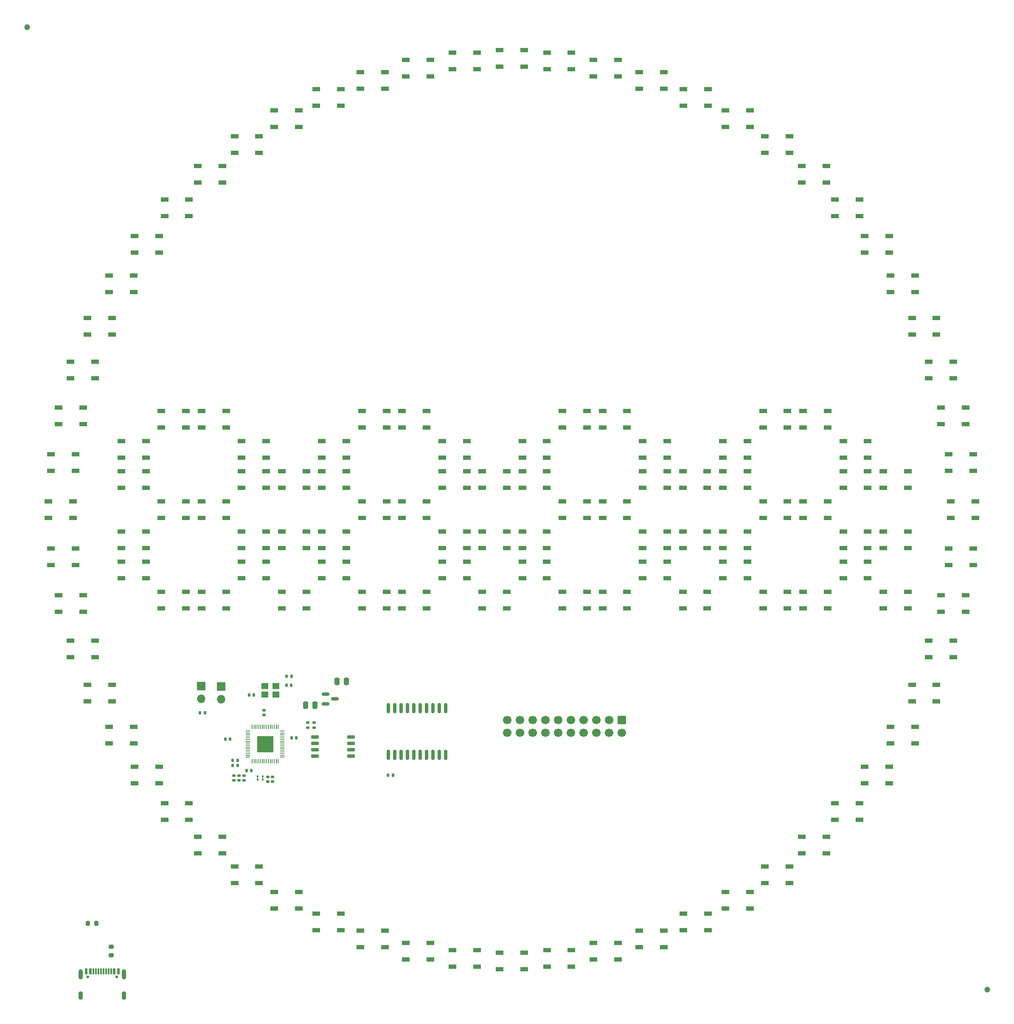
<source format=gbr>
%TF.GenerationSoftware,KiCad,Pcbnew,(6.0.9-0)*%
%TF.CreationDate,2022-12-31T14:30:25+01:00*%
%TF.ProjectId,tomclock,746f6d63-6c6f-4636-9b2e-6b696361645f,rev?*%
%TF.SameCoordinates,Original*%
%TF.FileFunction,Soldermask,Top*%
%TF.FilePolarity,Negative*%
%FSLAX46Y46*%
G04 Gerber Fmt 4.6, Leading zero omitted, Abs format (unit mm)*
G04 Created by KiCad (PCBNEW (6.0.9-0)) date 2022-12-31 14:30:25*
%MOMM*%
%LPD*%
G01*
G04 APERTURE LIST*
G04 Aperture macros list*
%AMRoundRect*
0 Rectangle with rounded corners*
0 $1 Rounding radius*
0 $2 $3 $4 $5 $6 $7 $8 $9 X,Y pos of 4 corners*
0 Add a 4 corners polygon primitive as box body*
4,1,4,$2,$3,$4,$5,$6,$7,$8,$9,$2,$3,0*
0 Add four circle primitives for the rounded corners*
1,1,$1+$1,$2,$3*
1,1,$1+$1,$4,$5*
1,1,$1+$1,$6,$7*
1,1,$1+$1,$8,$9*
0 Add four rect primitives between the rounded corners*
20,1,$1+$1,$2,$3,$4,$5,0*
20,1,$1+$1,$4,$5,$6,$7,0*
20,1,$1+$1,$6,$7,$8,$9,0*
20,1,$1+$1,$8,$9,$2,$3,0*%
G04 Aperture macros list end*
%ADD10R,1.500000X0.900000*%
%ADD11C,1.152000*%
%ADD12RoundRect,0.140000X-0.170000X0.140000X-0.170000X-0.140000X0.170000X-0.140000X0.170000X0.140000X0*%
%ADD13RoundRect,0.140000X0.140000X0.170000X-0.140000X0.170000X-0.140000X-0.170000X0.140000X-0.170000X0*%
%ADD14R,1.400000X1.200000*%
%ADD15RoundRect,0.140000X-0.140000X-0.170000X0.140000X-0.170000X0.140000X0.170000X-0.140000X0.170000X0*%
%ADD16R,1.700000X1.700000*%
%ADD17O,1.700000X1.700000*%
%ADD18RoundRect,0.135000X-0.185000X0.135000X-0.185000X-0.135000X0.185000X-0.135000X0.185000X0.135000X0*%
%ADD19RoundRect,0.200000X0.275000X-0.200000X0.275000X0.200000X-0.275000X0.200000X-0.275000X-0.200000X0*%
%ADD20RoundRect,0.135000X-0.135000X-0.185000X0.135000X-0.185000X0.135000X0.185000X-0.135000X0.185000X0*%
%ADD21RoundRect,0.140000X0.170000X-0.140000X0.170000X0.140000X-0.170000X0.140000X-0.170000X-0.140000X0*%
%ADD22RoundRect,0.150000X-0.587500X-0.150000X0.587500X-0.150000X0.587500X0.150000X-0.587500X0.150000X0*%
%ADD23RoundRect,0.150000X-0.650000X-0.150000X0.650000X-0.150000X0.650000X0.150000X-0.650000X0.150000X0*%
%ADD24RoundRect,0.100000X0.100000X-0.130000X0.100000X0.130000X-0.100000X0.130000X-0.100000X-0.130000X0*%
%ADD25C,0.600000*%
%ADD26R,0.600000X1.160000*%
%ADD27R,0.300000X1.160000*%
%ADD28O,0.900000X1.700000*%
%ADD29O,0.900000X2.000000*%
%ADD30RoundRect,0.250000X0.250000X0.475000X-0.250000X0.475000X-0.250000X-0.475000X0.250000X-0.475000X0*%
%ADD31RoundRect,0.200000X0.200000X0.275000X-0.200000X0.275000X-0.200000X-0.275000X0.200000X-0.275000X0*%
%ADD32RoundRect,0.250000X-0.600000X0.600000X-0.600000X-0.600000X0.600000X-0.600000X0.600000X0.600000X0*%
%ADD33C,1.700000*%
%ADD34RoundRect,0.050000X0.387500X0.050000X-0.387500X0.050000X-0.387500X-0.050000X0.387500X-0.050000X0*%
%ADD35RoundRect,0.050000X0.050000X0.387500X-0.050000X0.387500X-0.050000X-0.387500X0.050000X-0.387500X0*%
%ADD36R,3.200000X3.200000*%
%ADD37RoundRect,0.150000X0.150000X-0.875000X0.150000X0.875000X-0.150000X0.875000X-0.150000X-0.875000X0*%
G04 APERTURE END LIST*
D10*
%TO.C,DS92*%
X115300000Y-117600000D03*
X115300000Y-120900000D03*
X120200000Y-120900000D03*
X120200000Y-117600000D03*
%TD*%
D11*
%TO.C,H2*%
X216000000Y-209000000D03*
%TD*%
D10*
%TO.C,DS18*%
X204395595Y-139410000D03*
X204395595Y-142710000D03*
X209295595Y-142710000D03*
X209295595Y-139410000D03*
%TD*%
%TO.C,DS98*%
X123300000Y-105600000D03*
X123300000Y-108900000D03*
X128200000Y-108900000D03*
X128200000Y-105600000D03*
%TD*%
%TO.C,DS117*%
X171300000Y-111600000D03*
X171300000Y-114900000D03*
X176200000Y-114900000D03*
X176200000Y-111600000D03*
%TD*%
%TO.C,DS66*%
X51300000Y-111600000D03*
X51300000Y-114900000D03*
X56200000Y-114900000D03*
X56200000Y-111600000D03*
%TD*%
%TO.C,DS65*%
X67300000Y-105600000D03*
X67300000Y-108900000D03*
X72200000Y-108900000D03*
X72200000Y-105600000D03*
%TD*%
D12*
%TO.C,C6*%
X67750000Y-166270000D03*
X67750000Y-167230000D03*
%TD*%
D10*
%TO.C,DS115*%
X163300000Y-105600000D03*
X163300000Y-108900000D03*
X168200000Y-108900000D03*
X168200000Y-105600000D03*
%TD*%
D13*
%TO.C,C8*%
X69230000Y-165250000D03*
X68270000Y-165250000D03*
%TD*%
D10*
%TO.C,DS43*%
X30765595Y-130310000D03*
X30765595Y-133610000D03*
X35665595Y-133610000D03*
X35665595Y-130310000D03*
%TD*%
D14*
%TO.C,Y1*%
X74100000Y-148400000D03*
X71900000Y-148400000D03*
X71900000Y-150100000D03*
X74100000Y-150100000D03*
%TD*%
D10*
%TO.C,DS112*%
X179300000Y-93600000D03*
X179300000Y-96900000D03*
X184200000Y-96900000D03*
X184200000Y-93600000D03*
%TD*%
D15*
%TO.C,C16*%
X65540000Y-163250000D03*
X66500000Y-163250000D03*
%TD*%
D10*
%TO.C,DS123*%
X171300000Y-129600000D03*
X171300000Y-132900000D03*
X176200000Y-132900000D03*
X176200000Y-129600000D03*
%TD*%
D16*
%TO.C,J1*%
X59250000Y-148475000D03*
D17*
X59250000Y-151015000D03*
%TD*%
D18*
%TO.C,R2*%
X81750000Y-155740000D03*
X81750000Y-156760000D03*
%TD*%
D10*
%TO.C,DS86*%
X107300000Y-117600000D03*
X107300000Y-120900000D03*
X112200000Y-120900000D03*
X112200000Y-117600000D03*
%TD*%
%TO.C,DS64*%
X43300000Y-105600000D03*
X43300000Y-108900000D03*
X48200000Y-108900000D03*
X48200000Y-105600000D03*
%TD*%
%TO.C,DS23*%
X179015595Y-178480000D03*
X179015595Y-181780000D03*
X183915595Y-181780000D03*
X183915595Y-178480000D03*
%TD*%
%TO.C,DS109*%
X155300000Y-117600000D03*
X155300000Y-120900000D03*
X160200000Y-120900000D03*
X160200000Y-117600000D03*
%TD*%
%TO.C,DS91*%
X115300000Y-105600000D03*
X115300000Y-108900000D03*
X120200000Y-108900000D03*
X120200000Y-105600000D03*
%TD*%
%TO.C,DS93*%
X115300000Y-129600000D03*
X115300000Y-132900000D03*
X120200000Y-132900000D03*
X120200000Y-129600000D03*
%TD*%
%TO.C,DS82*%
X107300000Y-105600000D03*
X107300000Y-108900000D03*
X112200000Y-108900000D03*
X112200000Y-105600000D03*
%TD*%
%TO.C,DS118*%
X179300000Y-111600000D03*
X179300000Y-114900000D03*
X184200000Y-114900000D03*
X184200000Y-111600000D03*
%TD*%
D19*
%TO.C,R4*%
X41250000Y-202075000D03*
X41250000Y-200425000D03*
%TD*%
D10*
%TO.C,DS63*%
X67300000Y-99600000D03*
X67300000Y-102900000D03*
X72200000Y-102900000D03*
X72200000Y-99600000D03*
%TD*%
%TO.C,DS71*%
X67300000Y-123600000D03*
X67300000Y-126900000D03*
X72200000Y-126900000D03*
X72200000Y-123600000D03*
%TD*%
%TO.C,DS125*%
X195300000Y-105600000D03*
X195300000Y-108900000D03*
X200200000Y-108900000D03*
X200200000Y-105600000D03*
%TD*%
%TO.C,DS70*%
X43300000Y-123600000D03*
X43300000Y-126900000D03*
X48200000Y-126900000D03*
X48200000Y-123600000D03*
%TD*%
%TO.C,DS0*%
X118795595Y-21600000D03*
X118795595Y-24900000D03*
X123695595Y-24900000D03*
X123695595Y-21600000D03*
%TD*%
%TO.C,DS16*%
X208305595Y-121010000D03*
X208305595Y-124310000D03*
X213205595Y-124310000D03*
X213205595Y-121010000D03*
%TD*%
%TO.C,DS13*%
X206825595Y-92890000D03*
X206825595Y-96190000D03*
X211725595Y-96190000D03*
X211725595Y-92890000D03*
%TD*%
%TO.C,DS40*%
X40855595Y-156600000D03*
X40855595Y-159900000D03*
X45755595Y-159900000D03*
X45755595Y-156600000D03*
%TD*%
%TO.C,DS107*%
X139300000Y-129600000D03*
X139300000Y-132900000D03*
X144200000Y-132900000D03*
X144200000Y-129600000D03*
%TD*%
%TO.C,DS48*%
X33195595Y-83790000D03*
X33195595Y-87090000D03*
X38095595Y-87090000D03*
X38095595Y-83790000D03*
%TD*%
D11*
%TO.C,H1*%
X24500000Y-17000000D03*
%TD*%
D15*
%TO.C,C13*%
X68790000Y-150250000D03*
X69750000Y-150250000D03*
%TD*%
D10*
%TO.C,DS20*%
X196735595Y-156600000D03*
X196735595Y-159900000D03*
X201635595Y-159900000D03*
X201635595Y-156600000D03*
%TD*%
D20*
%TO.C,R7*%
X76240000Y-146500000D03*
X77260000Y-146500000D03*
%TD*%
D10*
%TO.C,DS1*%
X128205595Y-22090000D03*
X128205595Y-25390000D03*
X133105595Y-25390000D03*
X133105595Y-22090000D03*
%TD*%
%TO.C,DS19*%
X201015595Y-148210000D03*
X201015595Y-151510000D03*
X205915595Y-151510000D03*
X205915595Y-148210000D03*
%TD*%
%TO.C,DS33*%
X90985595Y-197200000D03*
X90985595Y-200500000D03*
X95885595Y-200500000D03*
X95885595Y-197200000D03*
%TD*%
%TO.C,DS95*%
X139300000Y-93600000D03*
X139300000Y-96900000D03*
X144200000Y-96900000D03*
X144200000Y-93600000D03*
%TD*%
%TO.C,DS119*%
X163300000Y-117600000D03*
X163300000Y-120900000D03*
X168200000Y-120900000D03*
X168200000Y-117600000D03*
%TD*%
%TO.C,DS78*%
X99300000Y-93600000D03*
X99300000Y-96900000D03*
X104200000Y-96900000D03*
X104200000Y-93600000D03*
%TD*%
%TO.C,DS11*%
X201015595Y-74990000D03*
X201015595Y-78290000D03*
X205915595Y-78290000D03*
X205915595Y-74990000D03*
%TD*%
%TO.C,DS80*%
X107300000Y-99600000D03*
X107300000Y-102900000D03*
X112200000Y-102900000D03*
X112200000Y-99600000D03*
%TD*%
D12*
%TO.C,C5*%
X65750000Y-166270000D03*
X65750000Y-167230000D03*
%TD*%
D10*
%TO.C,DS3*%
X146605595Y-26000000D03*
X146605595Y-29300000D03*
X151505595Y-29300000D03*
X151505595Y-26000000D03*
%TD*%
%TO.C,DS47*%
X30765595Y-92890000D03*
X30765595Y-96190000D03*
X35665595Y-96190000D03*
X35665595Y-92890000D03*
%TD*%
%TO.C,DS62*%
X43300000Y-99600000D03*
X43300000Y-102900000D03*
X48200000Y-102900000D03*
X48200000Y-99600000D03*
%TD*%
%TO.C,DS85*%
X83300000Y-117600000D03*
X83300000Y-120900000D03*
X88200000Y-120900000D03*
X88200000Y-117600000D03*
%TD*%
%TO.C,DS6*%
X171695595Y-38790000D03*
X171695595Y-42090000D03*
X176595595Y-42090000D03*
X176595595Y-38790000D03*
%TD*%
%TO.C,DS103*%
X147300000Y-117600000D03*
X147300000Y-120900000D03*
X152200000Y-120900000D03*
X152200000Y-117600000D03*
%TD*%
%TO.C,DS111*%
X171300000Y-93600000D03*
X171300000Y-96900000D03*
X176200000Y-96900000D03*
X176200000Y-93600000D03*
%TD*%
%TO.C,DS39*%
X45985595Y-164500000D03*
X45985595Y-167800000D03*
X50885595Y-167800000D03*
X50885595Y-164500000D03*
%TD*%
D21*
%TO.C,C1*%
X80500000Y-156710000D03*
X80500000Y-155750000D03*
%TD*%
D10*
%TO.C,DS127*%
X195300000Y-129600000D03*
X195300000Y-132900000D03*
X200200000Y-132900000D03*
X200200000Y-129600000D03*
%TD*%
D22*
%TO.C,U2*%
X84062500Y-150050000D03*
X84062500Y-151950000D03*
X85937500Y-151000000D03*
%TD*%
D10*
%TO.C,DS122*%
X187300000Y-123600000D03*
X187300000Y-126900000D03*
X192200000Y-126900000D03*
X192200000Y-123600000D03*
%TD*%
%TO.C,DS50*%
X40855595Y-66600000D03*
X40855595Y-69900000D03*
X45755595Y-69900000D03*
X45755595Y-66600000D03*
%TD*%
%TO.C,DS10*%
X196735595Y-66600000D03*
X196735595Y-69900000D03*
X201635595Y-69900000D03*
X201635595Y-66600000D03*
%TD*%
%TO.C,DS108*%
X155300000Y-105600000D03*
X155300000Y-108900000D03*
X160200000Y-108900000D03*
X160200000Y-105600000D03*
%TD*%
%TO.C,DS83*%
X91300000Y-111600000D03*
X91300000Y-114900000D03*
X96200000Y-114900000D03*
X96200000Y-111600000D03*
%TD*%
%TO.C,DS72*%
X51300000Y-129600000D03*
X51300000Y-132900000D03*
X56200000Y-132900000D03*
X56200000Y-129600000D03*
%TD*%
D15*
%TO.C,C17*%
X96520000Y-166250000D03*
X97480000Y-166250000D03*
%TD*%
D10*
%TO.C,DS126*%
X195300000Y-117600000D03*
X195300000Y-120900000D03*
X200200000Y-120900000D03*
X200200000Y-117600000D03*
%TD*%
%TO.C,DS110*%
X155300000Y-129600000D03*
X155300000Y-132900000D03*
X160200000Y-132900000D03*
X160200000Y-129600000D03*
%TD*%
%TO.C,DS55*%
X73795595Y-33660000D03*
X73795595Y-36960000D03*
X78695595Y-36960000D03*
X78695595Y-33660000D03*
%TD*%
%TO.C,DS106*%
X131300000Y-129600000D03*
X131300000Y-132900000D03*
X136200000Y-132900000D03*
X136200000Y-129600000D03*
%TD*%
%TO.C,DS41*%
X36575595Y-148210000D03*
X36575595Y-151510000D03*
X41475595Y-151510000D03*
X41475595Y-148210000D03*
%TD*%
%TO.C,DS42*%
X33195595Y-139410000D03*
X33195595Y-142710000D03*
X38095595Y-142710000D03*
X38095595Y-139410000D03*
%TD*%
%TO.C,DS4*%
X155405595Y-29380000D03*
X155405595Y-32680000D03*
X160305595Y-32680000D03*
X160305595Y-29380000D03*
%TD*%
D13*
%TO.C,C14*%
X77230000Y-148250000D03*
X76270000Y-148250000D03*
%TD*%
D10*
%TO.C,DS53*%
X58575595Y-44720000D03*
X58575595Y-48020000D03*
X63475595Y-48020000D03*
X63475595Y-44720000D03*
%TD*%
%TO.C,DS44*%
X29285595Y-121010000D03*
X29285595Y-124310000D03*
X34185595Y-124310000D03*
X34185595Y-121010000D03*
%TD*%
%TO.C,DS17*%
X206825595Y-130310000D03*
X206825595Y-133610000D03*
X211725595Y-133610000D03*
X211725595Y-130310000D03*
%TD*%
%TO.C,DS61*%
X59300000Y-93600000D03*
X59300000Y-96900000D03*
X64200000Y-96900000D03*
X64200000Y-93600000D03*
%TD*%
%TO.C,DS57*%
X90985595Y-26000000D03*
X90985595Y-29300000D03*
X95885595Y-29300000D03*
X95885595Y-26000000D03*
%TD*%
D15*
%TO.C,C12*%
X64040000Y-159000000D03*
X65000000Y-159000000D03*
%TD*%
D10*
%TO.C,DS49*%
X36575595Y-74990000D03*
X36575595Y-78290000D03*
X41475595Y-78290000D03*
X41475595Y-74990000D03*
%TD*%
%TO.C,DS76*%
X75300000Y-129600000D03*
X75300000Y-132900000D03*
X80200000Y-132900000D03*
X80200000Y-129600000D03*
%TD*%
%TO.C,DS9*%
X191605595Y-58700000D03*
X191605595Y-62000000D03*
X196505595Y-62000000D03*
X196505595Y-58700000D03*
%TD*%
%TO.C,DS101*%
X139300000Y-111600000D03*
X139300000Y-114900000D03*
X144200000Y-114900000D03*
X144200000Y-111600000D03*
%TD*%
%TO.C,DS5*%
X163795595Y-33660000D03*
X163795595Y-36960000D03*
X168695595Y-36960000D03*
X168695595Y-33660000D03*
%TD*%
D12*
%TO.C,C10*%
X71750000Y-153270000D03*
X71750000Y-154230000D03*
%TD*%
D10*
%TO.C,DS81*%
X83300000Y-105600000D03*
X83300000Y-108900000D03*
X88200000Y-108900000D03*
X88200000Y-105600000D03*
%TD*%
D23*
%TO.C,U1*%
X81900000Y-158595000D03*
X81900000Y-159865000D03*
X81900000Y-161135000D03*
X81900000Y-162405000D03*
X89100000Y-162405000D03*
X89100000Y-161135000D03*
X89100000Y-159865000D03*
X89100000Y-158595000D03*
%TD*%
D24*
%TO.C,R6*%
X70500000Y-167070000D03*
X70500000Y-166430000D03*
%TD*%
D10*
%TO.C,DS104*%
X123300000Y-123600000D03*
X123300000Y-126900000D03*
X128200000Y-126900000D03*
X128200000Y-123600000D03*
%TD*%
%TO.C,DS24*%
X171695595Y-184410000D03*
X171695595Y-187710000D03*
X176595595Y-187710000D03*
X176595595Y-184410000D03*
%TD*%
%TO.C,DS114*%
X187300000Y-99600000D03*
X187300000Y-102900000D03*
X192200000Y-102900000D03*
X192200000Y-99600000D03*
%TD*%
D25*
%TO.C,J2*%
X42390000Y-206425000D03*
X36610000Y-206425000D03*
D26*
X36300000Y-205365000D03*
X37100000Y-205365000D03*
D27*
X38250000Y-205365000D03*
X39250000Y-205365000D03*
X39750000Y-205365000D03*
X40750000Y-205365000D03*
D26*
X41900000Y-205365000D03*
X42700000Y-205365000D03*
X42700000Y-205365000D03*
X41900000Y-205365000D03*
D27*
X41250000Y-205365000D03*
X40250000Y-205365000D03*
X38750000Y-205365000D03*
X37750000Y-205365000D03*
D26*
X37100000Y-205365000D03*
X36300000Y-205365000D03*
D28*
X35180000Y-210115000D03*
X43820000Y-210115000D03*
D29*
X43820000Y-205945000D03*
X35180000Y-205945000D03*
%TD*%
D30*
%TO.C,C2*%
X88200000Y-147500000D03*
X86300000Y-147500000D03*
%TD*%
D10*
%TO.C,DS99*%
X147300000Y-105600000D03*
X147300000Y-108900000D03*
X152200000Y-108900000D03*
X152200000Y-105600000D03*
%TD*%
%TO.C,DS29*%
X128205595Y-201110000D03*
X128205595Y-204410000D03*
X133105595Y-204410000D03*
X133105595Y-201110000D03*
%TD*%
D15*
%TO.C,C15*%
X65540000Y-164250000D03*
X66500000Y-164250000D03*
%TD*%
D10*
%TO.C,DS73*%
X59300000Y-129600000D03*
X59300000Y-132900000D03*
X64200000Y-132900000D03*
X64200000Y-129600000D03*
%TD*%
%TO.C,DS59*%
X109385595Y-22090000D03*
X109385595Y-25390000D03*
X114285595Y-25390000D03*
X114285595Y-22090000D03*
%TD*%
%TO.C,DS97*%
X147300000Y-99600000D03*
X147300000Y-102900000D03*
X152200000Y-102900000D03*
X152200000Y-99600000D03*
%TD*%
%TO.C,DS116*%
X187300000Y-105600000D03*
X187300000Y-108900000D03*
X192200000Y-108900000D03*
X192200000Y-105600000D03*
%TD*%
D31*
%TO.C,R3*%
X38325000Y-195750000D03*
X36675000Y-195750000D03*
%TD*%
D10*
%TO.C,DS96*%
X123300000Y-99600000D03*
X123300000Y-102900000D03*
X128200000Y-102900000D03*
X128200000Y-99600000D03*
%TD*%
%TO.C,DS45*%
X28795595Y-111600000D03*
X28795595Y-114900000D03*
X33695595Y-114900000D03*
X33695595Y-111600000D03*
%TD*%
%TO.C,DS113*%
X163300000Y-99600000D03*
X163300000Y-102900000D03*
X168200000Y-102900000D03*
X168200000Y-99600000D03*
%TD*%
%TO.C,DS35*%
X73795595Y-189540000D03*
X73795595Y-192840000D03*
X78695595Y-192840000D03*
X78695595Y-189540000D03*
%TD*%
%TO.C,DS58*%
X100085595Y-23570000D03*
X100085595Y-26870000D03*
X104985595Y-26870000D03*
X104985595Y-23570000D03*
%TD*%
%TO.C,DS15*%
X208795595Y-111600000D03*
X208795595Y-114900000D03*
X213695595Y-114900000D03*
X213695595Y-111600000D03*
%TD*%
%TO.C,DS52*%
X51915595Y-51380000D03*
X51915595Y-54680000D03*
X56815595Y-54680000D03*
X56815595Y-51380000D03*
%TD*%
%TO.C,DS38*%
X51915595Y-171820000D03*
X51915595Y-175120000D03*
X56815595Y-175120000D03*
X56815595Y-171820000D03*
%TD*%
%TO.C,DS60*%
X51300000Y-93600000D03*
X51300000Y-96900000D03*
X56200000Y-96900000D03*
X56200000Y-93600000D03*
%TD*%
%TO.C,DS32*%
X100085595Y-199630000D03*
X100085595Y-202930000D03*
X104985595Y-202930000D03*
X104985595Y-199630000D03*
%TD*%
%TO.C,DS56*%
X82185595Y-29380000D03*
X82185595Y-32680000D03*
X87085595Y-32680000D03*
X87085595Y-29380000D03*
%TD*%
%TO.C,DS31*%
X109385595Y-201110000D03*
X109385595Y-204410000D03*
X114285595Y-204410000D03*
X114285595Y-201110000D03*
%TD*%
D21*
%TO.C,C7*%
X73500000Y-167480000D03*
X73500000Y-166520000D03*
%TD*%
D10*
%TO.C,DS75*%
X75300000Y-117600000D03*
X75300000Y-120900000D03*
X80200000Y-120900000D03*
X80200000Y-117600000D03*
%TD*%
%TO.C,DS21*%
X191605595Y-164500000D03*
X191605595Y-167800000D03*
X196505595Y-167800000D03*
X196505595Y-164500000D03*
%TD*%
%TO.C,DS12*%
X204395595Y-83790000D03*
X204395595Y-87090000D03*
X209295595Y-87090000D03*
X209295595Y-83790000D03*
%TD*%
D24*
%TO.C,R5*%
X71500000Y-167070000D03*
X71500000Y-166430000D03*
%TD*%
D10*
%TO.C,DS68*%
X43300000Y-117600000D03*
X43300000Y-120900000D03*
X48200000Y-120900000D03*
X48200000Y-117600000D03*
%TD*%
D30*
%TO.C,C3*%
X81950000Y-152250000D03*
X80050000Y-152250000D03*
%TD*%
D10*
%TO.C,DS121*%
X163300000Y-123600000D03*
X163300000Y-126900000D03*
X168200000Y-126900000D03*
X168200000Y-123600000D03*
%TD*%
D32*
%TO.C,J4*%
X143180000Y-155247500D03*
D33*
X143180000Y-157787500D03*
X140640000Y-155247500D03*
X140640000Y-157787500D03*
X138100000Y-155247500D03*
X138100000Y-157787500D03*
X135560000Y-155247500D03*
X135560000Y-157787500D03*
X133020000Y-155247500D03*
X133020000Y-157787500D03*
X130480000Y-155247500D03*
X130480000Y-157787500D03*
X127940000Y-155247500D03*
X127940000Y-157787500D03*
X125400000Y-155247500D03*
X125400000Y-157787500D03*
X122860000Y-155247500D03*
X122860000Y-157787500D03*
X120320000Y-155247500D03*
X120320000Y-157787500D03*
%TD*%
D10*
%TO.C,DS37*%
X58575595Y-178480000D03*
X58575595Y-181780000D03*
X63475595Y-181780000D03*
X63475595Y-178480000D03*
%TD*%
%TO.C,DS100*%
X131300000Y-111600000D03*
X131300000Y-114900000D03*
X136200000Y-114900000D03*
X136200000Y-111600000D03*
%TD*%
%TO.C,DS77*%
X91300000Y-93600000D03*
X91300000Y-96900000D03*
X96200000Y-96900000D03*
X96200000Y-93600000D03*
%TD*%
%TO.C,DS102*%
X123300000Y-117600000D03*
X123300000Y-120900000D03*
X128200000Y-120900000D03*
X128200000Y-117600000D03*
%TD*%
%TO.C,DS7*%
X179015595Y-44720000D03*
X179015595Y-48020000D03*
X183915595Y-48020000D03*
X183915595Y-44720000D03*
%TD*%
%TO.C,DS74*%
X75300000Y-105600000D03*
X75300000Y-108900000D03*
X80200000Y-108900000D03*
X80200000Y-105600000D03*
%TD*%
%TO.C,DS67*%
X59300000Y-111600000D03*
X59300000Y-114900000D03*
X64200000Y-114900000D03*
X64200000Y-111600000D03*
%TD*%
%TO.C,DS22*%
X185675595Y-171820000D03*
X185675595Y-175120000D03*
X190575595Y-175120000D03*
X190575595Y-171820000D03*
%TD*%
%TO.C,DS25*%
X163795595Y-189540000D03*
X163795595Y-192840000D03*
X168695595Y-192840000D03*
X168695595Y-189540000D03*
%TD*%
%TO.C,DS105*%
X147300000Y-123600000D03*
X147300000Y-126900000D03*
X152200000Y-126900000D03*
X152200000Y-123600000D03*
%TD*%
%TO.C,DS87*%
X83300000Y-123600000D03*
X83300000Y-126900000D03*
X88200000Y-126900000D03*
X88200000Y-123600000D03*
%TD*%
%TO.C,DS2*%
X137505595Y-23570000D03*
X137505595Y-26870000D03*
X142405595Y-26870000D03*
X142405595Y-23570000D03*
%TD*%
%TO.C,DS28*%
X137505595Y-199630000D03*
X137505595Y-202930000D03*
X142405595Y-202930000D03*
X142405595Y-199630000D03*
%TD*%
%TO.C,DS89*%
X91300000Y-129600000D03*
X91300000Y-132900000D03*
X96200000Y-132900000D03*
X96200000Y-129600000D03*
%TD*%
%TO.C,DS88*%
X107300000Y-123600000D03*
X107300000Y-126900000D03*
X112200000Y-126900000D03*
X112200000Y-123600000D03*
%TD*%
D12*
%TO.C,C4*%
X66750000Y-166270000D03*
X66750000Y-167230000D03*
%TD*%
D10*
%TO.C,DS27*%
X146605595Y-197200000D03*
X146605595Y-200500000D03*
X151505595Y-200500000D03*
X151505595Y-197200000D03*
%TD*%
%TO.C,DS30*%
X118795595Y-201600000D03*
X118795595Y-204900000D03*
X123695595Y-204900000D03*
X123695595Y-201600000D03*
%TD*%
%TO.C,DS34*%
X82185595Y-193820000D03*
X82185595Y-197120000D03*
X87085595Y-197120000D03*
X87085595Y-193820000D03*
%TD*%
%TO.C,DS79*%
X83300000Y-99600000D03*
X83300000Y-102900000D03*
X88200000Y-102900000D03*
X88200000Y-99600000D03*
%TD*%
%TO.C,DS124*%
X179300000Y-129600000D03*
X179300000Y-132900000D03*
X184200000Y-132900000D03*
X184200000Y-129600000D03*
%TD*%
%TO.C,DS14*%
X208305595Y-102190000D03*
X208305595Y-105490000D03*
X213205595Y-105490000D03*
X213205595Y-102190000D03*
%TD*%
%TO.C,DS120*%
X187300000Y-117600000D03*
X187300000Y-120900000D03*
X192200000Y-120900000D03*
X192200000Y-117600000D03*
%TD*%
%TO.C,DS54*%
X65895595Y-38790000D03*
X65895595Y-42090000D03*
X70795595Y-42090000D03*
X70795595Y-38790000D03*
%TD*%
%TO.C,DS69*%
X67300000Y-117600000D03*
X67300000Y-120900000D03*
X72200000Y-120900000D03*
X72200000Y-117600000D03*
%TD*%
D34*
%TO.C,U3*%
X75437500Y-162600000D03*
X75437500Y-162200000D03*
X75437500Y-161800000D03*
X75437500Y-161400000D03*
X75437500Y-161000000D03*
X75437500Y-160600000D03*
X75437500Y-160200000D03*
X75437500Y-159800000D03*
X75437500Y-159400000D03*
X75437500Y-159000000D03*
X75437500Y-158600000D03*
X75437500Y-158200000D03*
X75437500Y-157800000D03*
X75437500Y-157400000D03*
D35*
X74600000Y-156562500D03*
X74200000Y-156562500D03*
X73800000Y-156562500D03*
X73400000Y-156562500D03*
X73000000Y-156562500D03*
X72600000Y-156562500D03*
X72200000Y-156562500D03*
X71800000Y-156562500D03*
X71400000Y-156562500D03*
X71000000Y-156562500D03*
X70600000Y-156562500D03*
X70200000Y-156562500D03*
X69800000Y-156562500D03*
X69400000Y-156562500D03*
D34*
X68562500Y-157400000D03*
X68562500Y-157800000D03*
X68562500Y-158200000D03*
X68562500Y-158600000D03*
X68562500Y-159000000D03*
X68562500Y-159400000D03*
X68562500Y-159800000D03*
X68562500Y-160200000D03*
X68562500Y-160600000D03*
X68562500Y-161000000D03*
X68562500Y-161400000D03*
X68562500Y-161800000D03*
X68562500Y-162200000D03*
X68562500Y-162600000D03*
D35*
X69400000Y-163437500D03*
X69800000Y-163437500D03*
X70200000Y-163437500D03*
X70600000Y-163437500D03*
X71000000Y-163437500D03*
X71400000Y-163437500D03*
X71800000Y-163437500D03*
X72200000Y-163437500D03*
X72600000Y-163437500D03*
X73000000Y-163437500D03*
X73400000Y-163437500D03*
X73800000Y-163437500D03*
X74200000Y-163437500D03*
X74600000Y-163437500D03*
D36*
X72000000Y-160000000D03*
%TD*%
D37*
%TO.C,U4*%
X96535000Y-162150000D03*
X97805000Y-162150000D03*
X99075000Y-162150000D03*
X100345000Y-162150000D03*
X101615000Y-162150000D03*
X102885000Y-162150000D03*
X104155000Y-162150000D03*
X105425000Y-162150000D03*
X106695000Y-162150000D03*
X107965000Y-162150000D03*
X107965000Y-152850000D03*
X106695000Y-152850000D03*
X105425000Y-152850000D03*
X104155000Y-152850000D03*
X102885000Y-152850000D03*
X101615000Y-152850000D03*
X100345000Y-152850000D03*
X99075000Y-152850000D03*
X97805000Y-152850000D03*
X96535000Y-152850000D03*
%TD*%
D10*
%TO.C,DS84*%
X99300000Y-111600000D03*
X99300000Y-114900000D03*
X104200000Y-114900000D03*
X104200000Y-111600000D03*
%TD*%
D13*
%TO.C,C9*%
X78230000Y-158750000D03*
X77270000Y-158750000D03*
%TD*%
D10*
%TO.C,DS51*%
X45985595Y-58700000D03*
X45985595Y-62000000D03*
X50885595Y-62000000D03*
X50885595Y-58700000D03*
%TD*%
%TO.C,DS8*%
X185675595Y-51380000D03*
X185675595Y-54680000D03*
X190575595Y-54680000D03*
X190575595Y-51380000D03*
%TD*%
%TO.C,DS26*%
X155405595Y-193820000D03*
X155405595Y-197120000D03*
X160305595Y-197120000D03*
X160305595Y-193820000D03*
%TD*%
%TO.C,DS90*%
X99300000Y-129600000D03*
X99300000Y-132900000D03*
X104200000Y-132900000D03*
X104200000Y-129600000D03*
%TD*%
D20*
%TO.C,R1*%
X58980000Y-153750000D03*
X60000000Y-153750000D03*
%TD*%
D10*
%TO.C,DS46*%
X29285595Y-102190000D03*
X29285595Y-105490000D03*
X34185595Y-105490000D03*
X34185595Y-102190000D03*
%TD*%
D21*
%TO.C,C11*%
X72500000Y-167500000D03*
X72500000Y-166540000D03*
%TD*%
D16*
%TO.C,J3*%
X63250000Y-148500000D03*
D17*
X63250000Y-151040000D03*
%TD*%
D10*
%TO.C,DS36*%
X65895595Y-184410000D03*
X65895595Y-187710000D03*
X70795595Y-187710000D03*
X70795595Y-184410000D03*
%TD*%
%TO.C,DS94*%
X131300000Y-93600000D03*
X131300000Y-96900000D03*
X136200000Y-96900000D03*
X136200000Y-93600000D03*
%TD*%
M02*

</source>
